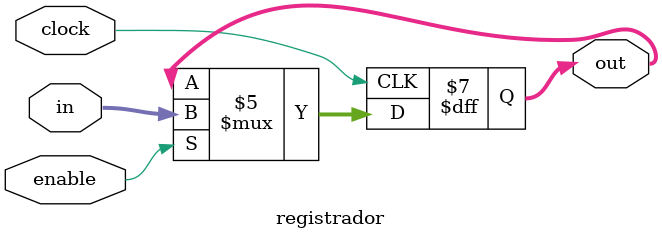
<source format=v>


module registrador(in, enable, out, clock);

	input [15:0] in;
	input enable, clock;
	output reg [15:0] out;
	
	initial out = 16'b0000000000000000;
	
	always @(posedge clock) begin
		if (enable == 1) out = in;
	end

endmodule
</source>
